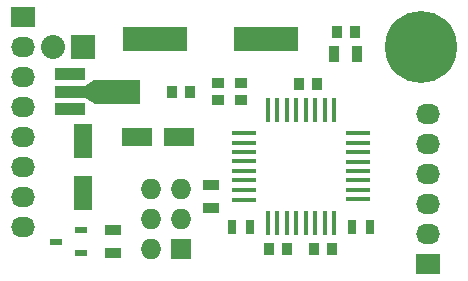
<source format=gbr>
G04 #@! TF.FileFunction,Soldermask,Top*
%FSLAX46Y46*%
G04 Gerber Fmt 4.6, Leading zero omitted, Abs format (unit mm)*
G04 Created by KiCad (PCBNEW 0.201412031631+5310~19~ubuntu14.04.1-product) date sáb 06 dic 2014 19:23:10 CET*
%MOMM*%
G01*
G04 APERTURE LIST*
%ADD10C,0.100000*%
%ADD11R,0.899160X1.000760*%
%ADD12R,1.600200X2.999740*%
%ADD13R,2.600960X1.600200*%
%ADD14R,1.000760X0.899160*%
%ADD15R,0.449580X1.998980*%
%ADD16R,1.998980X0.449580*%
%ADD17R,1.727200X1.727200*%
%ADD18O,1.727200X1.727200*%
%ADD19C,6.096000*%
%ADD20R,1.000760X0.599440*%
%ADD21R,0.635000X1.143000*%
%ADD22R,1.397000X0.889000*%
%ADD23R,0.889000X1.397000*%
%ADD24R,2.501900X1.000760*%
%ADD25R,4.000500X1.998980*%
%ADD26R,5.499100X1.998980*%
%ADD27R,2.032000X1.727200*%
%ADD28O,2.032000X1.727200*%
%ADD29R,2.032000X2.032000*%
%ADD30O,2.032000X2.032000*%
G04 APERTURE END LIST*
D10*
D11*
X156728160Y-108585000D03*
X158231840Y-108585000D03*
X159268160Y-94615000D03*
X160771840Y-94615000D03*
D12*
X140970000Y-99400360D03*
X140970000Y-103799640D03*
D13*
X149120860Y-99060000D03*
X145519140Y-99060000D03*
D11*
X149976840Y-95250000D03*
X148473160Y-95250000D03*
D14*
X154305000Y-94498160D03*
X154305000Y-96001840D03*
D11*
X160538160Y-108585000D03*
X162041840Y-108585000D03*
D14*
X152400000Y-94498160D03*
X152400000Y-96001840D03*
D11*
X163946840Y-90170000D03*
X162443160Y-90170000D03*
D15*
X156608780Y-96784160D03*
X157408880Y-96784160D03*
X158208980Y-96784160D03*
X159009080Y-96784160D03*
X159809180Y-96784160D03*
X160609280Y-96784160D03*
X161409380Y-96784160D03*
X162209480Y-96784160D03*
X162204400Y-106349800D03*
X156591000Y-106349800D03*
X157403800Y-106349800D03*
X158216600Y-106349800D03*
X159004000Y-106349800D03*
X159816800Y-106349800D03*
X160604200Y-106349800D03*
X161417000Y-106349800D03*
D16*
X164211000Y-98775520D03*
X164211000Y-99573080D03*
X164211000Y-100375720D03*
X164211000Y-101173280D03*
X164211000Y-101975920D03*
X164211000Y-102773480D03*
X164211000Y-103576120D03*
X164211000Y-104373680D03*
X154609800Y-98780600D03*
X154609800Y-99568000D03*
X154609800Y-100380800D03*
X154609800Y-101168200D03*
X154609800Y-101955600D03*
X154609800Y-102768400D03*
X154609800Y-103581200D03*
X154609800Y-104394000D03*
D17*
X149225000Y-108585000D03*
D18*
X146685000Y-108585000D03*
X149225000Y-106045000D03*
X146685000Y-106045000D03*
X149225000Y-103505000D03*
X146685000Y-103505000D03*
D19*
X169545000Y-91440000D03*
D20*
X140756640Y-108902500D03*
X138643360Y-107950000D03*
X140756640Y-106997500D03*
D21*
X153543000Y-106680000D03*
X155067000Y-106680000D03*
X165227000Y-106680000D03*
X163703000Y-106680000D03*
D22*
X151765000Y-105092500D03*
X151765000Y-103187500D03*
D23*
X164147500Y-92075000D03*
X162242500Y-92075000D03*
D22*
X143510000Y-106997500D03*
X143510000Y-108902500D03*
D24*
X139887960Y-93748860D03*
X139887960Y-95250000D03*
X139887960Y-96751140D03*
D25*
X143840200Y-95250000D03*
D10*
G36*
X141865350Y-96250760D02*
X141116050Y-95750380D01*
X141116050Y-94749620D01*
X141865350Y-94249240D01*
X141865350Y-96250760D01*
X141865350Y-96250760D01*
G37*
D26*
X147066000Y-90805000D03*
X156464000Y-90805000D03*
D27*
X135890000Y-88900000D03*
D28*
X135890000Y-91440000D03*
X135890000Y-93980000D03*
X135890000Y-96520000D03*
X135890000Y-99060000D03*
X135890000Y-101600000D03*
X135890000Y-104140000D03*
X135890000Y-106680000D03*
D29*
X140970000Y-91440000D03*
D30*
X138430000Y-91440000D03*
D27*
X170180000Y-109855000D03*
D28*
X170180000Y-107315000D03*
X170180000Y-104775000D03*
X170180000Y-102235000D03*
X170180000Y-99695000D03*
X170180000Y-97155000D03*
M02*

</source>
